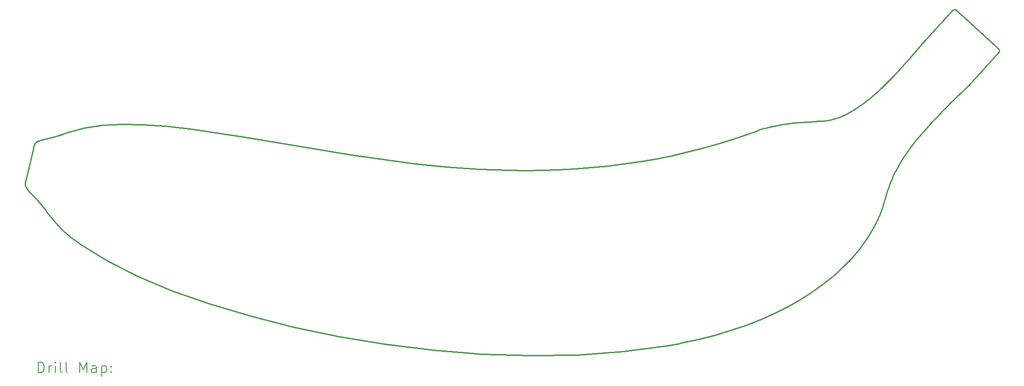
<source format=gbr>
%TF.GenerationSoftware,KiCad,Pcbnew,7.0.6*%
%TF.CreationDate,2023-10-29T15:43:53+01:00*%
%TF.ProjectId,nana,6e616e61-2e6b-4696-9361-645f70636258,rev?*%
%TF.SameCoordinates,Original*%
%TF.FileFunction,Drillmap*%
%TF.FilePolarity,Positive*%
%FSLAX45Y45*%
G04 Gerber Fmt 4.5, Leading zero omitted, Abs format (unit mm)*
G04 Created by KiCad (PCBNEW 7.0.6) date 2023-10-29 15:43:53*
%MOMM*%
%LPD*%
G01*
G04 APERTURE LIST*
%ADD10C,0.250000*%
%ADD11C,0.200000*%
G04 APERTURE END LIST*
D10*
X7452433Y-8349150D02*
X7441234Y-8352657D01*
X22852419Y-9891138D02*
X22863274Y-9865158D01*
X7088040Y-9644055D02*
X7097445Y-9654815D01*
X6809909Y-9177184D02*
X6804182Y-9201374D01*
X9878848Y-8229806D02*
X9433706Y-8180212D01*
X7097445Y-9654815D02*
X7106454Y-9665346D01*
X6979869Y-8507826D02*
X6976734Y-8512489D01*
X24242238Y-6001394D02*
X24240334Y-6003182D01*
X6820407Y-9346929D02*
X6824533Y-9352543D01*
X20664369Y-8233196D02*
X20637548Y-8241753D01*
X24290706Y-5989620D02*
X24288187Y-5989036D01*
X7441234Y-8352657D02*
X7428769Y-8356386D01*
X7167201Y-9746954D02*
X7182865Y-9770344D01*
X25112394Y-6786507D02*
X25113454Y-6784152D01*
X11843510Y-11960888D02*
X12696012Y-12137960D01*
X24240334Y-6003182D02*
X24238511Y-6005071D01*
X6795339Y-9286197D02*
X6796188Y-9291142D01*
X23683328Y-6610672D02*
X23664781Y-6631855D01*
X22784867Y-10034742D02*
X22797592Y-10009620D01*
X6798443Y-9229039D02*
X6796173Y-9243114D01*
X7000377Y-8485594D02*
X6998626Y-8487132D01*
X23156759Y-9045858D02*
X23167689Y-9023648D01*
X7159875Y-9736205D02*
X7167201Y-9746954D01*
X8909337Y-11005254D02*
X9551674Y-11274583D01*
X22872509Y-9842193D02*
X22898958Y-9771306D01*
X22797813Y-7561418D02*
X22684408Y-7658581D01*
X23538225Y-8466366D02*
X23627909Y-8357772D01*
X6833355Y-9363743D02*
X6842586Y-9374692D01*
X7910674Y-8212381D02*
X7601727Y-8296323D01*
X21842036Y-8081257D02*
X21828251Y-8082715D01*
X24267449Y-5988903D02*
X24264915Y-5989458D01*
X25107425Y-6732394D02*
X25105843Y-6730335D01*
X23063100Y-9266295D02*
X23071739Y-9243118D01*
X21814025Y-8084062D02*
X21785961Y-8086300D01*
X7601727Y-8296323D02*
X7502294Y-8332360D01*
X14135453Y-8886637D02*
X12976187Y-8730222D01*
X25112672Y-6741285D02*
X25111526Y-6738973D01*
X6982690Y-8504107D02*
X6981263Y-8505954D01*
X6794657Y-9281220D02*
X6795339Y-9286197D01*
X17132994Y-8983300D02*
X16826156Y-8999676D01*
X22017245Y-10981039D02*
X22198700Y-10814457D01*
X7866576Y-10425791D02*
X8344333Y-10721209D01*
X24283063Y-5988236D02*
X24280468Y-5988026D01*
X21127636Y-8138394D02*
X21011643Y-8155830D01*
X19093541Y-12273121D02*
X19145484Y-12263021D01*
X22819948Y-9963548D02*
X22831138Y-9939579D01*
X7153159Y-9726586D02*
X7159875Y-9736205D01*
X20066651Y-12024864D02*
X20353471Y-11925422D01*
X24304944Y-5995621D02*
X24302697Y-5994332D01*
X25113703Y-6743652D02*
X25112672Y-6741285D01*
X7663513Y-10274862D02*
X7866576Y-10425791D01*
X6851807Y-9385137D02*
X6868564Y-9403502D01*
X23228431Y-8911194D02*
X23296750Y-8798966D01*
X22797592Y-10009620D02*
X22808540Y-9987417D01*
X15338327Y-8989151D02*
X14732181Y-8946458D01*
X23144645Y-9071277D02*
X23156759Y-9045858D01*
X23014517Y-9409950D02*
X23038097Y-9337838D01*
X21785961Y-8086300D02*
X21772974Y-8087129D01*
X22162105Y-7991460D02*
X22103197Y-8015284D01*
X25117525Y-6766582D02*
X25117606Y-6763970D01*
X24272612Y-5988169D02*
X24270018Y-5988473D01*
X23648644Y-6650628D02*
X23447206Y-6885880D01*
X23371751Y-8687237D02*
X23452540Y-8576279D01*
X22645724Y-10274169D02*
X22760314Y-10081615D01*
X21761250Y-8087725D02*
X21734809Y-8088706D01*
X23038097Y-9337838D02*
X23063100Y-9266295D01*
X18885265Y-12310812D02*
X18937400Y-12301756D01*
X7145580Y-9716017D02*
X7153159Y-9726586D01*
X7489934Y-8336643D02*
X7477411Y-8340903D01*
X7010370Y-8477897D02*
X7005795Y-8481161D01*
X21011643Y-8155830D02*
X20903679Y-8175093D01*
X22684408Y-7658581D02*
X22569879Y-7748534D01*
X25117382Y-6758727D02*
X25117079Y-6756131D01*
X6988706Y-8496982D02*
X6987157Y-8498723D01*
X20589230Y-8258679D02*
X20564409Y-8267825D01*
X24250604Y-5995282D02*
X24248408Y-5996649D01*
X17746463Y-8929864D02*
X17439829Y-8960102D01*
X6954890Y-8569330D02*
X6951389Y-8582834D01*
X6987157Y-8498723D02*
X6985636Y-8500491D01*
X22946889Y-9627487D02*
X22969456Y-9554994D01*
X7464865Y-8345090D02*
X7452433Y-8349150D01*
X6794623Y-9256784D02*
X6794195Y-9263335D01*
X20691312Y-8225036D02*
X20664369Y-8233196D01*
X6796188Y-9291142D02*
X6797202Y-9296057D01*
X20637548Y-8241753D02*
X20614112Y-8249710D01*
X6807011Y-9325108D02*
X6809789Y-9330405D01*
X25117560Y-6761345D02*
X25117382Y-6758727D01*
X24295636Y-5991152D02*
X24293190Y-5990326D01*
X24285638Y-5988574D02*
X24283063Y-5988236D01*
X12696012Y-12137960D02*
X13576264Y-12283618D01*
X20629188Y-11816479D02*
X20893211Y-11698352D01*
X23101669Y-9167812D02*
X23112032Y-9143554D01*
X21515581Y-8099157D02*
X21380424Y-8109847D01*
X24244222Y-5999708D02*
X24242238Y-6001394D01*
X23092253Y-9190701D02*
X23101669Y-9167812D01*
X6794037Y-9269628D02*
X6794182Y-9275606D01*
X21828251Y-8082715D02*
X21814025Y-8084062D01*
X20715116Y-8218265D02*
X20691312Y-8225036D01*
X6985636Y-8500491D02*
X6984147Y-8502286D01*
X18046738Y-12423784D02*
X18885265Y-12310812D01*
X18358359Y-8847387D02*
X18052704Y-8892366D01*
X24548024Y-7404576D02*
X25103671Y-6799391D01*
X21925847Y-8067545D02*
X21866580Y-8078126D01*
X15602626Y-9001364D02*
X15496884Y-8996963D01*
X24307129Y-5997021D02*
X24304944Y-5995621D01*
X7401701Y-8364129D02*
X7350651Y-8378054D01*
X7026851Y-8468932D02*
X7020961Y-8471784D01*
X6991898Y-8493584D02*
X6990287Y-8495269D01*
X25115930Y-6776821D02*
X25116515Y-6774302D01*
X17439829Y-8960102D02*
X17132994Y-8983300D01*
X25105397Y-6797414D02*
X25107018Y-6795363D01*
X23129961Y-7237188D02*
X23020723Y-7349674D01*
X9012831Y-8150021D02*
X8617710Y-8142883D01*
X6995204Y-8490300D02*
X6993536Y-8491927D01*
X22841265Y-9916993D02*
X22852419Y-9891138D01*
X24252858Y-5994024D02*
X24250604Y-5995282D01*
X24259953Y-5990931D02*
X24257538Y-5991847D01*
X6945589Y-8607035D02*
X6809909Y-9177184D01*
X7122069Y-9684536D02*
X7129956Y-9694868D01*
X7106454Y-9665346D02*
X7114766Y-9675354D01*
X22513530Y-10460706D02*
X22645724Y-10274169D01*
X6970921Y-8523248D02*
X6968234Y-8529215D01*
X25104157Y-6728352D02*
X25102369Y-6726446D01*
X19871033Y-8502609D02*
X19571226Y-8588282D01*
X21609212Y-11292034D02*
X21820551Y-11140337D01*
X6794182Y-9275606D02*
X6794657Y-9281220D01*
X9433706Y-8180212D02*
X9012831Y-8150021D01*
X7052918Y-8458801D02*
X7046151Y-8461148D01*
X18663232Y-8794711D02*
X18358359Y-8847387D01*
X6993536Y-8491927D02*
X6991898Y-8493584D01*
X20804564Y-8195975D02*
X20715116Y-8218265D01*
X21380424Y-8109847D02*
X21250836Y-8122996D01*
X7003962Y-8482609D02*
X7002155Y-8484085D01*
X6801219Y-9310553D02*
X6802880Y-9315291D01*
X22909963Y-7458101D02*
X22797813Y-7561418D01*
X21734809Y-8088706D02*
X21708356Y-8089535D01*
X23112032Y-9143554D02*
X23122601Y-9119379D01*
X25108902Y-6734524D02*
X25107425Y-6732394D01*
X23296750Y-8798966D02*
X23371751Y-8687237D01*
X21250836Y-8122996D02*
X21127636Y-8138394D01*
X6998626Y-8487132D02*
X6996900Y-8488700D01*
X6968234Y-8529215D02*
X6965689Y-8535494D01*
X7182865Y-9770344D02*
X7198503Y-9793757D01*
X7198503Y-9793757D02*
X7212464Y-9814197D01*
X7002155Y-8484085D02*
X7000377Y-8485594D01*
X24309249Y-5998533D02*
X24307129Y-5997021D01*
X22103197Y-8015284D02*
X22044173Y-8035993D01*
X19041545Y-12282946D02*
X19093541Y-12273121D01*
X16826156Y-8999676D02*
X16213238Y-9012844D01*
X25102369Y-6726446D02*
X25100479Y-6724625D01*
X25107018Y-6795363D02*
X25108528Y-6793243D01*
X13576264Y-12283618D02*
X14474352Y-12394523D01*
X6951389Y-8582834D02*
X6945589Y-8607035D01*
X6816540Y-9341346D02*
X6820407Y-9346929D01*
X25117606Y-6763970D02*
X25117560Y-6761345D01*
X25116092Y-6751028D02*
X25115416Y-6748527D01*
X6802880Y-9315291D02*
X6804700Y-9319972D01*
X20564409Y-8267825D02*
X20465206Y-8304650D01*
X7502294Y-8332360D02*
X7489934Y-8336643D01*
X8617710Y-8142883D02*
X8249829Y-8162453D01*
X7033056Y-8466210D02*
X7026851Y-8468932D01*
X25113454Y-6784152D02*
X25114397Y-6781750D01*
X25116515Y-6774302D02*
X25116977Y-6771751D01*
X23718655Y-6571285D02*
X23702036Y-6589631D01*
X21866580Y-8078126D02*
X21854955Y-8079716D01*
X7114766Y-9675354D02*
X7122069Y-9684536D01*
X18937400Y-12301756D02*
X18989496Y-12292476D01*
X6981263Y-8505954D02*
X6979869Y-8507826D01*
X24257538Y-5991847D02*
X24255172Y-5992879D01*
X6842586Y-9374692D02*
X6851807Y-9385137D01*
X6809789Y-9330405D02*
X6812983Y-9335827D01*
X7428769Y-8356386D02*
X7401701Y-8364129D01*
X9551674Y-11274583D02*
X10261425Y-11525858D01*
X7015446Y-8474772D02*
X7010370Y-8477897D01*
X22923570Y-9699664D02*
X22946889Y-9627487D01*
X15496884Y-8996963D02*
X15444025Y-8994512D01*
X22220885Y-7964655D02*
X22162105Y-7991460D01*
X21655487Y-8091135D02*
X21515581Y-8099157D01*
X6868564Y-9403502D02*
X7052615Y-9604741D01*
X23627909Y-8357772D02*
X23720699Y-8250770D01*
X23815702Y-8145635D02*
X24008763Y-7942059D01*
X10261425Y-11525858D02*
X11028676Y-11755740D01*
X8249829Y-8162453D02*
X7910674Y-8212381D01*
X16213238Y-9012844D02*
X15602626Y-9001364D01*
X22969456Y-9554994D02*
X23014517Y-9409950D01*
X7335217Y-9968646D02*
X7485979Y-10122341D01*
X7485979Y-10122341D02*
X7663513Y-10274862D01*
X22771922Y-10059749D02*
X22784867Y-10034742D01*
X25116977Y-6771751D02*
X25117313Y-6769177D01*
X25117313Y-6769177D02*
X25117525Y-6766582D01*
X21144950Y-11571359D02*
X21383814Y-11435814D01*
X6798378Y-9300932D02*
X6799719Y-9305767D01*
X6799719Y-9305767D02*
X6801219Y-9310553D01*
X7052615Y-9604741D02*
X7069276Y-9623056D01*
X24288187Y-5989036D02*
X24285638Y-5988574D01*
X6828868Y-9358158D02*
X6833355Y-9363743D01*
X25117079Y-6756131D02*
X25116646Y-6753563D01*
X25100479Y-6724625D02*
X24313276Y-6001880D01*
X23167689Y-9023648D02*
X23228431Y-8911194D01*
X6797202Y-9296057D02*
X6798378Y-9300932D01*
X7020961Y-8471784D02*
X7015446Y-8474772D01*
X19571226Y-8588282D02*
X19269860Y-8665377D01*
X6984147Y-8502286D02*
X6982690Y-8504107D01*
X25111526Y-6738973D02*
X25110267Y-6736717D01*
X21820551Y-11140337D02*
X22017245Y-10981039D01*
X18967130Y-8734112D02*
X18663232Y-8794711D01*
X22831138Y-9939579D02*
X22841265Y-9916993D01*
X21985051Y-8053459D02*
X21925847Y-8067545D01*
X17176468Y-12485300D02*
X18046738Y-12423784D01*
X24277856Y-5987945D02*
X24275231Y-5987991D01*
X22808540Y-9987417D02*
X22819948Y-9963548D01*
X24313276Y-6001880D02*
X24311300Y-6000153D01*
X23447206Y-6885880D02*
X23237542Y-7121695D01*
X21383814Y-11435814D02*
X21609212Y-11292034D01*
X14732181Y-8946458D02*
X14135453Y-8886637D01*
X19769320Y-12114490D02*
X20066651Y-12024864D01*
X6804182Y-9201374D02*
X6801194Y-9214986D01*
X24238511Y-6005071D02*
X23718655Y-6571285D01*
X24275231Y-5987991D02*
X24272612Y-5988169D01*
X6990287Y-8495269D02*
X6988706Y-8496982D01*
X14474352Y-12394523D02*
X15380359Y-12467331D01*
X24199941Y-7749231D02*
X24548024Y-7404576D01*
X6794195Y-9263335D02*
X6794037Y-9269628D01*
X23132782Y-9096815D02*
X23144645Y-9071277D01*
X20169091Y-8408138D02*
X19871033Y-8502609D01*
X25111217Y-6788811D02*
X25112394Y-6786507D01*
X22898958Y-9771306D02*
X22923570Y-9699664D01*
X24246280Y-5998126D02*
X24244222Y-5999708D01*
X24280468Y-5988026D02*
X24277856Y-5987945D01*
X21854955Y-8079716D02*
X21842036Y-8081257D01*
X7129956Y-9694868D02*
X7137819Y-9705403D01*
X16284370Y-12498703D02*
X17176468Y-12485300D01*
X25108528Y-6793243D02*
X25109929Y-6791057D01*
X7069276Y-9623056D02*
X7088040Y-9644055D01*
X20893211Y-11698352D02*
X21144950Y-11571359D01*
X24008763Y-7942059D02*
X24199941Y-7749231D01*
X15444025Y-8994512D02*
X15338327Y-8989151D01*
X22044173Y-8035993D02*
X21985051Y-8053459D01*
X6801194Y-9214986D02*
X6798443Y-9229039D01*
X7005795Y-8481161D02*
X7003962Y-8482609D01*
X22760314Y-10081615D02*
X22771922Y-10059749D01*
X22198700Y-10814457D02*
X22364324Y-10640907D01*
X18052704Y-8892366D02*
X17746463Y-8929864D01*
X6958840Y-8555558D02*
X6954890Y-8569330D01*
X24300394Y-5993156D02*
X24298039Y-5992096D01*
X20465206Y-8304650D02*
X20169091Y-8408138D01*
X25114619Y-6746067D02*
X25113703Y-6743652D01*
X24248408Y-5996649D02*
X24246280Y-5998126D01*
X25110267Y-6736717D02*
X25108902Y-6734524D01*
X7079976Y-8450590D02*
X7066575Y-8454467D01*
X8344333Y-10721209D02*
X8909337Y-11005254D01*
X22337985Y-7902622D02*
X22220885Y-7964655D01*
X24293190Y-5990326D02*
X24290706Y-5989620D01*
X24262414Y-5990135D02*
X24259953Y-5990931D01*
X25114397Y-6781750D02*
X25115224Y-6779304D01*
X23452540Y-8576279D02*
X23538225Y-8466366D01*
X6973754Y-8517652D02*
X6970921Y-8523248D01*
X6976734Y-8512489D02*
X6973754Y-8517652D01*
X22569879Y-7748534D02*
X22454360Y-7830231D01*
X25115224Y-6779304D02*
X25115930Y-6776821D01*
X6965689Y-8535494D02*
X6963276Y-8542019D01*
X25109929Y-6791057D02*
X25111217Y-6788811D01*
X7104004Y-8444114D02*
X7079976Y-8450590D01*
X7477411Y-8340903D02*
X7464865Y-8345090D01*
X24264915Y-5989458D02*
X24262414Y-5990135D01*
X6996900Y-8488700D02*
X6995204Y-8490300D01*
X23071739Y-9243118D02*
X23081865Y-9216861D01*
X20614112Y-8249710D02*
X20589230Y-8258679D01*
X25116646Y-6753563D02*
X25116092Y-6751028D01*
X7039511Y-8463617D02*
X7033056Y-8466210D01*
X12976187Y-8730222D02*
X10836003Y-8372583D01*
X23720699Y-8250770D02*
X23815702Y-8145635D01*
X18989496Y-12292476D02*
X19041545Y-12282946D01*
X6960995Y-8548726D02*
X6958840Y-8555558D01*
X7137819Y-9705403D02*
X7145580Y-9716017D01*
X19269860Y-8665377D02*
X18967130Y-8734112D01*
X20353471Y-11925422D02*
X20629188Y-11816479D01*
X6795293Y-9250026D02*
X6794623Y-9256784D01*
X19145484Y-12263021D02*
X19462067Y-12193981D01*
X25103671Y-6799391D02*
X25105397Y-6797414D01*
X6963276Y-8542019D02*
X6960995Y-8548726D01*
X23702036Y-6589631D02*
X23683328Y-6610672D01*
X11028676Y-11755740D02*
X11843510Y-11960888D01*
X22863274Y-9865158D02*
X22872509Y-9842193D01*
X6804700Y-9319972D02*
X6807011Y-9325108D01*
X22454360Y-7830231D02*
X22337985Y-7902622D01*
X25105843Y-6730335D02*
X25104157Y-6728352D01*
X23237542Y-7121695D02*
X23129961Y-7237188D01*
X23122601Y-9119379D02*
X23132782Y-9096815D01*
X6812983Y-9335827D02*
X6816540Y-9341346D01*
X24255172Y-5992879D02*
X24252858Y-5994024D01*
X7212464Y-9814197D02*
X7335217Y-9968646D01*
X7046151Y-8461148D02*
X7039511Y-8463617D01*
X24302697Y-5994332D02*
X24300394Y-5993156D01*
X24298039Y-5992096D02*
X24295636Y-5991152D01*
X6796173Y-9243114D02*
X6795293Y-9250026D01*
X25115416Y-6748527D02*
X25114619Y-6746067D01*
X7350651Y-8378054D02*
X7104004Y-8444114D01*
X20903679Y-8175093D02*
X20804564Y-8195975D01*
X6824533Y-9352543D02*
X6828868Y-9358158D01*
X24311300Y-6000153D02*
X24309249Y-5998533D01*
X15380359Y-12467331D02*
X16284370Y-12498703D01*
X23664781Y-6631855D02*
X23648644Y-6650628D01*
X19462067Y-12193981D02*
X19769320Y-12114490D01*
X7066575Y-8454467D02*
X7052918Y-8458801D01*
X22364324Y-10640907D02*
X22513530Y-10460706D01*
X21772974Y-8087129D02*
X21761250Y-8087725D01*
X21708356Y-8089535D02*
X21655487Y-8091135D01*
X23020723Y-7349674D02*
X22909963Y-7458101D01*
X10836003Y-8372583D02*
X9878848Y-8229806D01*
X23081865Y-9216861D02*
X23092253Y-9190701D01*
X24270018Y-5988473D02*
X24267449Y-5988903D01*
D11*
X7042314Y-12822687D02*
X7042314Y-12622687D01*
X7042314Y-12622687D02*
X7089933Y-12622687D01*
X7089933Y-12622687D02*
X7118505Y-12632210D01*
X7118505Y-12632210D02*
X7137552Y-12651258D01*
X7137552Y-12651258D02*
X7147076Y-12670306D01*
X7147076Y-12670306D02*
X7156600Y-12708401D01*
X7156600Y-12708401D02*
X7156600Y-12736972D01*
X7156600Y-12736972D02*
X7147076Y-12775068D01*
X7147076Y-12775068D02*
X7137552Y-12794115D01*
X7137552Y-12794115D02*
X7118505Y-12813163D01*
X7118505Y-12813163D02*
X7089933Y-12822687D01*
X7089933Y-12822687D02*
X7042314Y-12822687D01*
X7242314Y-12822687D02*
X7242314Y-12689353D01*
X7242314Y-12727449D02*
X7251838Y-12708401D01*
X7251838Y-12708401D02*
X7261362Y-12698877D01*
X7261362Y-12698877D02*
X7280409Y-12689353D01*
X7280409Y-12689353D02*
X7299457Y-12689353D01*
X7366124Y-12822687D02*
X7366124Y-12689353D01*
X7366124Y-12622687D02*
X7356600Y-12632210D01*
X7356600Y-12632210D02*
X7366124Y-12641734D01*
X7366124Y-12641734D02*
X7375648Y-12632210D01*
X7375648Y-12632210D02*
X7366124Y-12622687D01*
X7366124Y-12622687D02*
X7366124Y-12641734D01*
X7489933Y-12822687D02*
X7470886Y-12813163D01*
X7470886Y-12813163D02*
X7461362Y-12794115D01*
X7461362Y-12794115D02*
X7461362Y-12622687D01*
X7594695Y-12822687D02*
X7575648Y-12813163D01*
X7575648Y-12813163D02*
X7566124Y-12794115D01*
X7566124Y-12794115D02*
X7566124Y-12622687D01*
X7823267Y-12822687D02*
X7823267Y-12622687D01*
X7823267Y-12622687D02*
X7889933Y-12765544D01*
X7889933Y-12765544D02*
X7956600Y-12622687D01*
X7956600Y-12622687D02*
X7956600Y-12822687D01*
X8137552Y-12822687D02*
X8137552Y-12717925D01*
X8137552Y-12717925D02*
X8128029Y-12698877D01*
X8128029Y-12698877D02*
X8108981Y-12689353D01*
X8108981Y-12689353D02*
X8070886Y-12689353D01*
X8070886Y-12689353D02*
X8051838Y-12698877D01*
X8137552Y-12813163D02*
X8118505Y-12822687D01*
X8118505Y-12822687D02*
X8070886Y-12822687D01*
X8070886Y-12822687D02*
X8051838Y-12813163D01*
X8051838Y-12813163D02*
X8042314Y-12794115D01*
X8042314Y-12794115D02*
X8042314Y-12775068D01*
X8042314Y-12775068D02*
X8051838Y-12756020D01*
X8051838Y-12756020D02*
X8070886Y-12746496D01*
X8070886Y-12746496D02*
X8118505Y-12746496D01*
X8118505Y-12746496D02*
X8137552Y-12736972D01*
X8232790Y-12689353D02*
X8232790Y-12889353D01*
X8232790Y-12698877D02*
X8251838Y-12689353D01*
X8251838Y-12689353D02*
X8289933Y-12689353D01*
X8289933Y-12689353D02*
X8308981Y-12698877D01*
X8308981Y-12698877D02*
X8318505Y-12708401D01*
X8318505Y-12708401D02*
X8328029Y-12727449D01*
X8328029Y-12727449D02*
X8328029Y-12784591D01*
X8328029Y-12784591D02*
X8318505Y-12803639D01*
X8318505Y-12803639D02*
X8308981Y-12813163D01*
X8308981Y-12813163D02*
X8289933Y-12822687D01*
X8289933Y-12822687D02*
X8251838Y-12822687D01*
X8251838Y-12822687D02*
X8232790Y-12813163D01*
X8413743Y-12803639D02*
X8423267Y-12813163D01*
X8423267Y-12813163D02*
X8413743Y-12822687D01*
X8413743Y-12822687D02*
X8404219Y-12813163D01*
X8404219Y-12813163D02*
X8413743Y-12803639D01*
X8413743Y-12803639D02*
X8413743Y-12822687D01*
X8413743Y-12698877D02*
X8423267Y-12708401D01*
X8423267Y-12708401D02*
X8413743Y-12717925D01*
X8413743Y-12717925D02*
X8404219Y-12708401D01*
X8404219Y-12708401D02*
X8413743Y-12698877D01*
X8413743Y-12698877D02*
X8413743Y-12717925D01*
M02*

</source>
